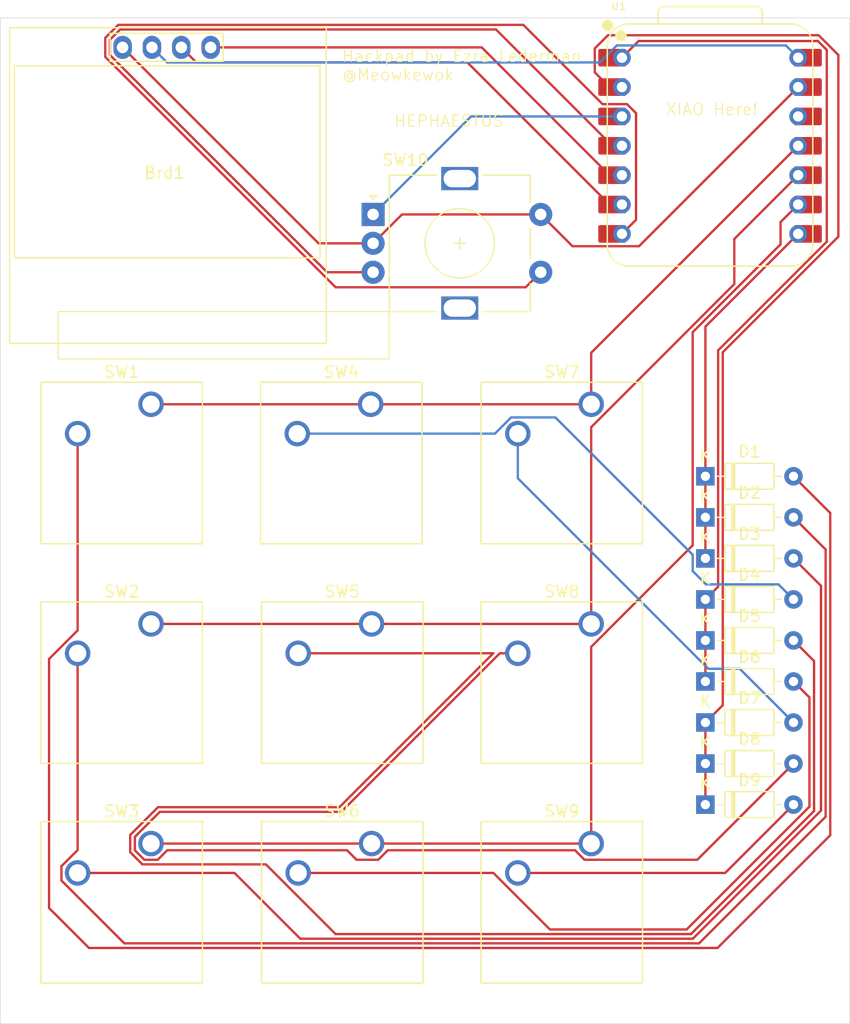
<source format=kicad_pcb>
(kicad_pcb (version 20240108) (generator "pcbnew") (generator_version "8.0")
  (layers (0 "F.Cu" signal) (31 "B.Cu" signal) (34 "B.Paste" user) (35 "F.Paste" user) (36 "B.SilkS" user "B.Silkscreen") (37 "F.SilkS" user "F.Silkscreen") (38 "B.Mask" user) (39 "F.Mask" user) (44 "Edge.Cuts" user))
  (net 0 "")
  (net 1 "SDA")
  (net 2 "GND")
  (net 3 "+5V")
  (net 4 "SCL")
  (net 5 "Row 1")
  (net 6 "Net-(D1-A)")
  (net 7 "Row 2")
  (net 8 "Net-(D2-A)")
  (net 9 "Net-(D3-A)")
  (net 10 "Row 3")
  (net 11 "Net-(D4-A)")
  (net 12 "Net-(D5-A)")
  (net 13 "Net-(D6-A)")
  (net 14 "Net-(D7-A)")
  (net 15 "Net-(D8-A)")
  (net 16 "Net-(D9-A)")
  (net 17 "Column 1")
  (net 18 "column 2")
  (net 19 "Column 3")
  (net 20 "Encoder Button")
  (net 21 "EA")
  (net 22 "EB")
  (net 23 "+3.3V")
  (footprint "XIAORP2040:128x64OLED" (layer "F.Cu") (at 113.2 48.15)
    (property "Reference" "Brd1" (at 0 0.254 0) (layer "F.SilkS"))
    (property "Value" "SSD1306")
    (fp_line (start -13.4 -12.3) (end 14 -12.3) (stroke (width 0.12)) (layer "F.SilkS"))
    (fp_line (start -13.4 15) (end -13.4 -12.3) (stroke (width 0.12)) (layer "F.SilkS"))
    (fp_line (start -12.978 -9.005) (end 10.122 -9.005) (stroke (width 0.12)) (layer "F.SilkS"))
    (fp_line (start -12.978 7.595) (end -12.978 -9.005) (stroke (width 0.12)) (layer "F.SilkS"))
    (fp_line (start -4.699 -11.811) (end -4.699 -9.398) (stroke (width 0.12)) (layer "F.SilkS"))
    (fp_line (start -4.699 -11.811) (end 5.08 -11.811) (stroke (width 0.12)) (layer "F.SilkS"))
    (fp_line (start 5.08 -11.811) (end 5.08 -9.398) (stroke (width 0.12)) (layer "F.SilkS"))
    (fp_line (start 5.08 -9.398) (end -4.699 -9.398) (stroke (width 0.12)) (layer "F.SilkS"))
    (fp_line (start 10.122 -9.005) (end 13.208 -9.005) (stroke (width 0.12)) (layer "F.SilkS"))
    (fp_line (start 10.122 7.595) (end -12.978 7.595) (stroke (width 0.12)) (layer "F.SilkS"))
    (fp_line (start 10.122 7.595) (end 13.462 7.62) (stroke (width 0.12)) (layer "F.SilkS"))
    (fp_line (start 13.462 -9.017) (end 13.208 -9.005) (stroke (width 0.12)) (layer "F.SilkS"))
    (fp_line (start 13.462 7.62) (end 13.462 -9.017) (stroke (width 0.12)) (layer "F.SilkS"))
    (fp_line (start 14 -12.3) (end 14 15) (stroke (width 0.12)) (layer "F.SilkS"))
    (fp_line (start 14 15) (end -13.4 15) (stroke (width 0.12)) (layer "F.SilkS"))
    (pad "1" thru_hole oval (at -3.62 -10.6 90) (size 2 1.6) (drill 1) (layers "*.Cu" "*.Mask") (net 2 "GND"))
    (pad "2" thru_hole oval (at -1.08 -10.6 90) (size 2 1.6) (drill 1) (layers "*.Cu" "*.Mask") (net 3 "+5V"))
    (pad "3" thru_hole oval (at 1.46 -10.6 90) (size 2 1.6) (drill 1) (layers "*.Cu" "*.Mask") (net 4 "SCL"))
    (pad "4" thru_hole oval (at 4 -10.6 90) (size 2 1.6) (drill 1) (layers "*.Cu" "*.Mask") (net 1 "SDA"))
  )
  (footprint "Diode_THT:D_DO-35_SOD27_P7.62mm_Horizontal" (layer "F.Cu") (at 160 103.05)
    (property "Reference" "D9" (at 3.81 -2.12 0) (layer "F.SilkS"))
    (property "Value" "D")
    (fp_line (start 1.04 0) (end 1.69 0) (stroke (width 0.12)) (layer "F.SilkS"))
    (fp_line (start 1.69 -1.12) (end 1.69 1.12) (stroke (width 0.12)) (layer "F.SilkS"))
    (fp_line (start 1.69 1.12) (end 5.93 1.12) (stroke (width 0.12)) (layer "F.SilkS"))
    (fp_line (start 2.29 -1.12) (end 2.29 1.12) (stroke (width 0.12)) (layer "F.SilkS"))
    (fp_line (start 2.41 -1.12) (end 2.41 1.12) (stroke (width 0.12)) (layer "F.SilkS"))
    (fp_line (start 2.53 -1.12) (end 2.53 1.12) (stroke (width 0.12)) (layer "F.SilkS"))
    (fp_line (start 5.93 -1.12) (end 1.69 -1.12) (stroke (width 0.12)) (layer "F.SilkS"))
    (fp_line (start 5.93 1.12) (end 5.93 -1.12) (stroke (width 0.12)) (layer "F.SilkS"))
    (fp_line (start 6.58 0) (end 5.93 0) (stroke (width 0.12)) (layer "F.SilkS"))
    (fp_text user "K" (at 0 -1.8 0) (layer "F.SilkS"))
    (pad "1" thru_hole rect (at 0 0) (size 1.6 1.6) (drill 0.8) (layers "*.Cu" "*.Mask") (net 10 "Row 3"))
    (pad "2" thru_hole oval (at 7.62 0) (size 1.6 1.6) (drill 0.8) (layers "*.Cu" "*.Mask") (net 16 "Net-(D9-A)"))
  )
  (footprint "XIAORP2040:XIAO-SAMD21-DIP" (layer "F.Cu") (at 160.5 46)
    (property "Reference" "U1" (at -8 -12 0) (layer "F.SilkS") (effects (font (size 0.635 0.635) (thickness 0.1016))))
    (property "Value" "SeeeduinoXIAO")
    (fp_line (start -8.99 8.5715) (end -8.99 -8.5735) (stroke (width 0.127)) (layer "F.SilkS"))
    (fp_line (start -7.085 10.4765) (end 6.885 10.4765) (stroke (width 0.127)) (layer "F.SilkS"))
    (fp_line (start -4.595 -10.4785) (end -4.591272 -11.488772) (stroke (width 0.127)) (layer "F.SilkS"))
    (fp_line (start -4.091272 -11.9885) (end 3.904 -11.9885) (stroke (width 0.127)) (layer "F.SilkS"))
    (fp_line (start 4.404 -11.4885) (end 4.404 -10.4785) (stroke (width 0.127)) (layer "F.SilkS"))
    (fp_line (start 6.885 -10.4785) (end -7.085 -10.4785) (stroke (width 0.1)) (layer "F.SilkS"))
    (fp_line (start 6.885 -10.4785) (end -7.085 -10.4785) (stroke (width 0.127)) (layer "F.SilkS"))
    (fp_line (start 8.79 8.5715) (end 8.79 -8.5735) (stroke (width 0.127)) (layer "F.SilkS"))
    (fp_arc (start -8.99 -8.5735) (mid -8.432038 -9.920538) (end -7.085 -10.4785) (stroke (width 0.127)) (layer "F.SilkS"))
    (fp_arc (start -7.085 10.4765) (mid -8.432038 9.918538) (end -8.99 8.5715) (stroke (width 0.127)) (layer "F.SilkS"))
    (fp_arc (start -4.591272 -11.488772) (mid -4.444724 -11.842144) (end -4.091272 -11.9885) (stroke (width 0.127)) (layer "F.SilkS"))
    (fp_arc (start 3.904 -11.9885) (mid 4.257553 -11.842053) (end 4.404 -11.4885) (stroke (width 0.127)) (layer "F.SilkS"))
    (fp_arc (start 6.885 -10.4785) (mid 8.232038 -9.920538) (end 8.79 -8.5735) (stroke (width 0.127)) (layer "F.SilkS"))
    (fp_arc (start 8.79 8.5715) (mid 8.232038 9.918538) (end 6.885 10.4765) (stroke (width 0.127)) (layer "F.SilkS"))
    (fp_circle (center -8.954 -10.3375) (end -8.954 -10.5915) (stroke (width 0.5)) (fill solid) (layer "F.SilkS"))
    (fp_circle (center -7.811 -9.4575) (end -7.811 -9.7115) (stroke (width 0.5)) (fill solid) (layer "F.SilkS"))
    (pad "1" smd roundrect (at -8.555 -7.5575 180) (size 2.432 1.524) (layers "F.Cu" "F.Mask") (roundrect_rratio 0.1) (net 7 "Row 2"))
    (pad "1" thru_hole circle (at -7.72 -7.5575 180) (size 1.524 1.524) (drill 0.889) (layers "*.Cu" "*.Mask") (net 7 "Row 2"))
    (pad "2" smd roundrect (at -8.555 -5.0175 180) (size 2.432 1.524) (layers "F.Cu" "F.Mask") (roundrect_rratio 0.1) (net 10 "Row 3"))
    (pad "2" thru_hole circle (at -7.72 -5.0175 180) (size 1.524 1.524) (drill 0.889) (layers "*.Cu" "*.Mask") (net 10 "Row 3"))
    (pad "3" smd roundrect (at -8.555 -2.4775 180) (size 2.432 1.524) (layers "F.Cu" "F.Mask") (roundrect_rratio 0.1) (net 21 "EA"))
    (pad "3" thru_hole circle (at -7.72 -2.4775 180) (size 1.524 1.524) (drill 0.889) (layers "*.Cu" "*.Mask") (net 21 "EA"))
    (pad "4" smd roundrect (at -8.555 0.0625 180) (size 2.432 1.524) (layers "F.Cu" "F.Mask") (roundrect_rratio 0.1) (net 22 "EB"))
    (pad "4" thru_hole circle (at -7.72 0.0625 180) (size 1.524 1.524) (drill 0.889) (layers "*.Cu" "*.Mask") (net 22 "EB"))
    (pad "5" smd roundrect (at -8.555 2.6025 180) (size 2.432 1.524) (layers "F.Cu" "F.Mask") (roundrect_rratio 0.1) (net 1 "SDA"))
    (pad "5" thru_hole circle (at -7.72 2.6025 180) (size 1.524 1.524) (drill 0.889) (layers "*.Cu" "*.Mask") (net 1 "SDA"))
    (pad "6" smd roundrect (at -8.555 5.1425 180) (size 2.432 1.524) (layers "F.Cu" "F.Mask") (roundrect_rratio 0.1) (net 4 "SCL"))
    (pad "6" thru_hole circle (at -7.72 5.1425 180) (size 1.524 1.524) (drill 0.889) (layers "*.Cu" "*.Mask") (net 4 "SCL"))
    (pad "7" smd roundrect (at -8.555 7.6825 180) (size 2.432 1.524) (layers "F.Cu" "F.Mask") (roundrect_rratio 0.1) (net 20 "Encoder Button"))
    (pad "7" thru_hole circle (at -7.72 7.6825 180) (size 1.524 1.524) (drill 0.889) (layers "*.Cu" "*.Mask") (net 20 "Encoder Button"))
    (pad "8" thru_hole circle (at 7.52 7.6825) (size 1.524 1.524) (drill 0.889) (layers "*.Cu" "*.Mask") (net 5 "Row 1"))
    (pad "8" smd roundrect (at 8.355 7.6825) (size 2.432 1.524) (layers "F.Cu" "F.Mask") (roundrect_rratio 0.1) (net 5 "Row 1"))
    (pad "9" thru_hole circle (at 7.52 5.1425) (size 1.524 1.524) (drill 0.889) (layers "*.Cu" "*.Mask") (net 19 "Column 3"))
    (pad "9" smd roundrect (at 8.355 5.1425) (size 2.432 1.524) (layers "F.Cu" "F.Mask") (roundrect_rratio 0.1) (net 19 "Column 3"))
    (pad "10" thru_hole circle (at 7.52 2.6025) (size 1.524 1.524) (drill 0.889) (layers "*.Cu" "*.Mask") (net 18 "column 2"))
    (pad "10" smd roundrect (at 8.355 2.6025) (size 2.432 1.524) (layers "F.Cu" "F.Mask") (roundrect_rratio 0.1) (net 18 "column 2"))
    (pad "11" thru_hole circle (at 7.52 0.0625) (size 1.524 1.524) (drill 0.889) (layers "*.Cu" "*.Mask") (net 17 "Column 1"))
    (pad "11" smd roundrect (at 8.355 0.0625) (size 2.432 1.524) (layers "F.Cu" "F.Mask") (roundrect_rratio 0.1) (net 17 "Column 1"))
    (pad "12" thru_hole circle (at 7.52 -2.4775) (size 1.524 1.524) (drill 0.889) (layers "*.Cu" "*.Mask") (net 23 "+3.3V"))
    (pad "12" smd roundrect (at 8.355 -2.4775) (size 2.432 1.524) (layers "F.Cu" "F.Mask") (roundrect_rratio 0.1) (net 23 "+3.3V"))
    (pad "13" thru_hole circle (at 7.52 -5.0175) (size 1.524 1.524) (drill 0.889) (layers "*.Cu" "*.Mask") (net 2 "GND"))
    (pad "13" smd roundrect (at 8.355 -5.0175) (size 2.432 1.524) (layers "F.Cu" "F.Mask") (roundrect_rratio 0.1) (net 2 "GND"))
    (pad "14" thru_hole circle (at 7.52 -7.5575) (size 1.524 1.524) (drill 0.889) (layers "*.Cu" "*.Mask") (net 3 "+5V"))
    (pad "14" smd roundrect (at 8.355 -7.5575) (size 2.432 1.524) (layers "F.Cu" "F.Mask") (roundrect_rratio 0.1) (net 3 "+5V"))
  )
  (footprint "XIAORP2040:SW_Cherry_MX_1.00u_PCB" (layer "F.Cu") (at 150.12 87.42)
    (property "Reference" "SW8" (at -2.54 -2.794 0) (layer "F.SilkS"))
    (property "Value" "SW_Push_45deg")
    (fp_line (start -9.525 -1.905) (end 4.445 -1.905) (stroke (width 0.12)) (layer "F.SilkS"))
    (fp_line (start -9.525 12.065) (end -9.525 -1.905) (stroke (width 0.12)) (layer "F.SilkS"))
    (fp_line (start 4.445 -1.905) (end 4.445 12.065) (stroke (width 0.12)) (layer "F.SilkS"))
    (fp_line (start 4.445 12.065) (end -9.525 12.065) (stroke (width 0.12)) (layer "F.SilkS"))
    (pad "" np_thru_hole circle (at -7.62 5.08) (size 1.7 1.7) (drill 1.7) (layers "*.Cu" "*.Mask"))
    (pad "" np_thru_hole circle (at -2.54 5.08) (size 4 4) (drill 4) (layers "*.Cu" "*.Mask"))
    (pad "" np_thru_hole circle (at 2.54 5.08) (size 1.7 1.7) (drill 1.7) (layers "*.Cu" "*.Mask"))
    (pad "1" thru_hole circle (at 0 0) (size 2.2 2.2) (drill 1.5) (layers "*.Cu" "*.Mask") (net 18 "column 2"))
    (pad "2" thru_hole circle (at -6.35 2.54) (size 2.2 2.2) (drill 1.5) (layers "*.Cu" "*.Mask") (net 15 "Net-(D8-A)"))
  )
  (footprint "Diode_THT:D_DO-35_SOD27_P7.62mm_Horizontal" (layer "F.Cu") (at 160 92.4)
    (property "Reference" "D6" (at 3.81 -2.12 0) (layer "F.SilkS"))
    (property "Value" "D")
    (fp_line (start 1.04 0) (end 1.69 0) (stroke (width 0.12)) (layer "F.SilkS"))
    (fp_line (start 1.69 -1.12) (end 1.69 1.12) (stroke (width 0.12)) (layer "F.SilkS"))
    (fp_line (start 1.69 1.12) (end 5.93 1.12) (stroke (width 0.12)) (layer "F.SilkS"))
    (fp_line (start 2.29 -1.12) (end 2.29 1.12) (stroke (width 0.12)) (layer "F.SilkS"))
    (fp_line (start 2.41 -1.12) (end 2.41 1.12) (stroke (width 0.12)) (layer "F.SilkS"))
    (fp_line (start 2.53 -1.12) (end 2.53 1.12) (stroke (width 0.12)) (layer "F.SilkS"))
    (fp_line (start 5.93 -1.12) (end 1.69 -1.12) (stroke (width 0.12)) (layer "F.SilkS"))
    (fp_line (start 5.93 1.12) (end 5.93 -1.12) (stroke (width 0.12)) (layer "F.SilkS"))
    (fp_line (start 6.58 0) (end 5.93 0) (stroke (width 0.12)) (layer "F.SilkS"))
    (fp_text user "K" (at 0 -1.8 0) (layer "F.SilkS"))
    (pad "1" thru_hole rect (at 0 0) (size 1.6 1.6) (drill 0.8) (layers "*.Cu" "*.Mask") (net 7 "Row 2"))
    (pad "2" thru_hole oval (at 7.62 0) (size 1.6 1.6) (drill 0.8) (layers "*.Cu" "*.Mask") (net 13 "Net-(D6-A)"))
  )
  (footprint "Diode_THT:D_DO-35_SOD27_P7.62mm_Horizontal" (layer "F.Cu") (at 160 74.65)
    (property "Reference" "D1" (at 3.81 -2.12 0) (layer "F.SilkS"))
    (property "Value" "D")
    (fp_line (start 1.04 0) (end 1.69 0) (stroke (width 0.12)) (layer "F.SilkS"))
    (fp_line (start 1.69 -1.12) (end 1.69 1.12) (stroke (width 0.12)) (layer "F.SilkS"))
    (fp_line (start 1.69 1.12) (end 5.93 1.12) (stroke (width 0.12)) (layer "F.SilkS"))
    (fp_line (start 2.29 -1.12) (end 2.29 1.12) (stroke (width 0.12)) (layer "F.SilkS"))
    (fp_line (start 2.41 -1.12) (end 2.41 1.12) (stroke (width 0.12)) (layer "F.SilkS"))
    (fp_line (start 2.53 -1.12) (end 2.53 1.12) (stroke (width 0.12)) (layer "F.SilkS"))
    (fp_line (start 5.93 -1.12) (end 1.69 -1.12) (stroke (width 0.12)) (layer "F.SilkS"))
    (fp_line (start 5.93 1.12) (end 5.93 -1.12) (stroke (width 0.12)) (layer "F.SilkS"))
    (fp_line (start 6.58 0) (end 5.93 0) (stroke (width 0.12)) (layer "F.SilkS"))
    (fp_text user "K" (at 0 -1.8 0) (layer "F.SilkS"))
    (pad "1" thru_hole rect (at 0 0) (size 1.6 1.6) (drill 0.8) (layers "*.Cu" "*.Mask") (net 5 "Row 1"))
    (pad "2" thru_hole oval (at 7.62 0) (size 1.6 1.6) (drill 0.8) (layers "*.Cu" "*.Mask") (net 6 "Net-(D1-A)"))
  )
  (footprint "Diode_THT:D_DO-35_SOD27_P7.62mm_Horizontal" (layer "F.Cu") (at 160 85.3)
    (property "Reference" "D4" (at 3.81 -2.12 0) (layer "F.SilkS"))
    (property "Value" "D")
    (fp_line (start 1.04 0) (end 1.69 0) (stroke (width 0.12)) (layer "F.SilkS"))
    (fp_line (start 1.69 -1.12) (end 1.69 1.12) (stroke (width 0.12)) (layer "F.SilkS"))
    (fp_line (start 1.69 1.12) (end 5.93 1.12) (stroke (width 0.12)) (layer "F.SilkS"))
    (fp_line (start 2.29 -1.12) (end 2.29 1.12) (stroke (width 0.12)) (layer "F.SilkS"))
    (fp_line (start 2.41 -1.12) (end 2.41 1.12) (stroke (width 0.12)) (layer "F.SilkS"))
    (fp_line (start 2.53 -1.12) (end 2.53 1.12) (stroke (width 0.12)) (layer "F.SilkS"))
    (fp_line (start 5.93 -1.12) (end 1.69 -1.12) (stroke (width 0.12)) (layer "F.SilkS"))
    (fp_line (start 5.93 1.12) (end 5.93 -1.12) (stroke (width 0.12)) (layer "F.SilkS"))
    (fp_line (start 6.58 0) (end 5.93 0) (stroke (width 0.12)) (layer "F.SilkS"))
    (fp_text user "K" (at 0 -1.8 0) (layer "F.SilkS"))
    (pad "1" thru_hole rect (at 0 0) (size 1.6 1.6) (drill 0.8) (layers "*.Cu" "*.Mask") (net 7 "Row 2"))
    (pad "2" thru_hole oval (at 7.62 0) (size 1.6 1.6) (drill 0.8) (layers "*.Cu" "*.Mask") (net 11 "Net-(D4-A)"))
  )
  (footprint "XIAORP2040:SW_Cherry_MX_1.00u_PCB" (layer "F.Cu") (at 112.04 87.42)
    (property "Reference" "SW2" (at -2.54 -2.794 0) (layer "F.SilkS"))
    (property "Value" "SW_Push_45deg")
    (fp_line (start -9.525 -1.905) (end 4.445 -1.905) (stroke (width 0.12)) (layer "F.SilkS"))
    (fp_line (start -9.525 12.065) (end -9.525 -1.905) (stroke (width 0.12)) (layer "F.SilkS"))
    (fp_line (start 4.445 -1.905) (end 4.445 12.065) (stroke (width 0.12)) (layer "F.SilkS"))
    (fp_line (start 4.445 12.065) (end -9.525 12.065) (stroke (width 0.12)) (layer "F.SilkS"))
    (pad "" np_thru_hole circle (at -7.62 5.08) (size 1.7 1.7) (drill 1.7) (layers "*.Cu" "*.Mask"))
    (pad "" np_thru_hole circle (at -2.54 5.08) (size 4 4) (drill 4) (layers "*.Cu" "*.Mask"))
    (pad "" np_thru_hole circle (at 2.54 5.08) (size 1.7 1.7) (drill 1.7) (layers "*.Cu" "*.Mask"))
    (pad "1" thru_hole circle (at 0 0) (size 2.2 2.2) (drill 1.5) (layers "*.Cu" "*.Mask") (net 18 "column 2"))
    (pad "2" thru_hole circle (at -6.35 2.54) (size 2.2 2.2) (drill 1.5) (layers "*.Cu" "*.Mask") (net 8 "Net-(D2-A)"))
  )
  (footprint "XIAORP2040:SW_Cherry_MX_1.00u_PCB" (layer "F.Cu") (at 131.12 87.42)
    (property "Reference" "SW5" (at -2.54 -2.794 0) (layer "F.SilkS"))
    (property "Value" "SW_Push_45deg")
    (fp_line (start -9.525 -1.905) (end 4.445 -1.905) (stroke (width 0.12)) (layer "F.SilkS"))
    (fp_line (start -9.525 12.065) (end -9.525 -1.905) (stroke (width 0.12)) (layer "F.SilkS"))
    (fp_line (start 4.445 -1.905) (end 4.445 12.065) (stroke (width 0.12)) (layer "F.SilkS"))
    (fp_line (start 4.445 12.065) (end -9.525 12.065) (stroke (width 0.12)) (layer "F.SilkS"))
    (pad "" np_thru_hole circle (at -7.62 5.08) (size 1.7 1.7) (drill 1.7) (layers "*.Cu" "*.Mask"))
    (pad "" np_thru_hole circle (at -2.54 5.08) (size 4 4) (drill 4) (layers "*.Cu" "*.Mask"))
    (pad "" np_thru_hole circle (at 2.54 5.08) (size 1.7 1.7) (drill 1.7) (layers "*.Cu" "*.Mask"))
    (pad "1" thru_hole circle (at 0 0) (size 2.2 2.2) (drill 1.5) (layers "*.Cu" "*.Mask") (net 18 "column 2"))
    (pad "2" thru_hole circle (at -6.35 2.54) (size 2.2 2.2) (drill 1.5) (layers "*.Cu" "*.Mask") (net 12 "Net-(D5-A)"))
  )
  (footprint "XIAORP2040:SW_Cherry_MX_1.00u_PCB" (layer "F.Cu") (at 112.04 106.42)
    (property "Reference" "SW3" (at -2.54 -2.794 0) (layer "F.SilkS"))
    (property "Value" "SW_Push_45deg")
    (fp_line (start -9.525 -1.905) (end 4.445 -1.905) (stroke (width 0.12)) (layer "F.SilkS"))
    (fp_line (start -9.525 12.065) (end -9.525 -1.905) (stroke (width 0.12)) (layer "F.SilkS"))
    (fp_line (start 4.445 -1.905) (end 4.445 12.065) (stroke (width 0.12)) (layer "F.SilkS"))
    (fp_line (start 4.445 12.065) (end -9.525 12.065) (stroke (width 0.12)) (layer "F.SilkS"))
    (pad "" np_thru_hole circle (at -7.62 5.08) (size 1.7 1.7) (drill 1.7) (layers "*.Cu" "*.Mask"))
    (pad "" np_thru_hole circle (at -2.54 5.08) (size 4 4) (drill 4) (layers "*.Cu" "*.Mask"))
    (pad "" np_thru_hole circle (at 2.54 5.08) (size 1.7 1.7) (drill 1.7) (layers "*.Cu" "*.Mask"))
    (pad "1" thru_hole circle (at 0 0) (size 2.2 2.2) (drill 1.5) (layers "*.Cu" "*.Mask") (net 19 "Column 3"))
    (pad "2" thru_hole circle (at -6.35 2.54) (size 2.2 2.2) (drill 1.5) (layers "*.Cu" "*.Mask") (net 9 "Net-(D3-A)"))
  )
  (footprint "XIAORP2040:SW_Cherry_MX_1.00u_PCB" (layer "F.Cu") (at 131.12 106.42)
    (property "Reference" "SW6" (at -2.54 -2.794 0) (layer "F.SilkS"))
    (property "Value" "SW_Push_45deg")
    (fp_line (start -9.525 -1.905) (end 4.445 -1.905) (stroke (width 0.12)) (layer "F.SilkS"))
    (fp_line (start -9.525 12.065) (end -9.525 -1.905) (stroke (width 0.12)) (layer "F.SilkS"))
    (fp_line (start 4.445 -1.905) (end 4.445 12.065) (stroke (width 0.12)) (layer "F.SilkS"))
    (fp_line (start 4.445 12.065) (end -9.525 12.065) (stroke (width 0.12)) (layer "F.SilkS"))
    (pad "" np_thru_hole circle (at -7.62 5.08) (size 1.7 1.7) (drill 1.7) (layers "*.Cu" "*.Mask"))
    (pad "" np_thru_hole circle (at -2.54 5.08) (size 4 4) (drill 4) (layers "*.Cu" "*.Mask"))
    (pad "" np_thru_hole circle (at 2.54 5.08) (size 1.7 1.7) (drill 1.7) (layers "*.Cu" "*.Mask"))
    (pad "1" thru_hole circle (at 0 0) (size 2.2 2.2) (drill 1.5) (layers "*.Cu" "*.Mask") (net 19 "Column 3"))
    (pad "2" thru_hole circle (at -6.35 2.54) (size 2.2 2.2) (drill 1.5) (layers "*.Cu" "*.Mask") (net 13 "Net-(D6-A)"))
  )
  (footprint "XIAORP2040:SW_Cherry_MX_1.00u_PCB" (layer "F.Cu") (at 131.04 68.42)
    (property "Reference" "SW4" (at -2.54 -2.794 0) (layer "F.SilkS"))
    (property "Value" "SW_Push_45deg")
    (fp_line (start -9.525 -1.905) (end 4.445 -1.905) (stroke (width 0.12)) (layer "F.SilkS"))
    (fp_line (start -9.525 12.065) (end -9.525 -1.905) (stroke (width 0.12)) (layer "F.SilkS"))
    (fp_line (start 4.445 -1.905) (end 4.445 12.065) (stroke (width 0.12)) (layer "F.SilkS"))
    (fp_line (start 4.445 12.065) (end -9.525 12.065) (stroke (width 0.12)) (layer "F.SilkS"))
    (pad "" np_thru_hole circle (at -7.62 5.08) (size 1.7 1.7) (drill 1.7) (layers "*.Cu" "*.Mask"))
    (pad "" np_thru_hole circle (at -2.54 5.08) (size 4 4) (drill 4) (layers "*.Cu" "*.Mask"))
    (pad "" np_thru_hole circle (at 2.54 5.08) (size 1.7 1.7) (drill 1.7) (layers "*.Cu" "*.Mask"))
    (pad "1" thru_hole circle (at 0 0) (size 2.2 2.2) (drill 1.5) (layers "*.Cu" "*.Mask") (net 17 "Column 1"))
    (pad "2" thru_hole circle (at -6.35 2.54) (size 2.2 2.2) (drill 1.5) (layers "*.Cu" "*.Mask") (net 11 "Net-(D4-A)"))
  )
  (footprint "Diode_THT:D_DO-35_SOD27_P7.62mm_Horizontal" (layer "F.Cu") (at 160 81.75)
    (property "Reference" "D3" (at 3.81 -2.12 0) (layer "F.SilkS"))
    (property "Value" "D")
    (fp_line (start 1.04 0) (end 1.69 0) (stroke (width 0.12)) (layer "F.SilkS"))
    (fp_line (start 1.69 -1.12) (end 1.69 1.12) (stroke (width 0.12)) (layer "F.SilkS"))
    (fp_line (start 1.69 1.12) (end 5.93 1.12) (stroke (width 0.12)) (layer "F.SilkS"))
    (fp_line (start 2.29 -1.12) (end 2.29 1.12) (stroke (width 0.12)) (layer "F.SilkS"))
    (fp_line (start 2.41 -1.12) (end 2.41 1.12) (stroke (width 0.12)) (layer "F.SilkS"))
    (fp_line (start 2.53 -1.12) (end 2.53 1.12) (stroke (width 0.12)) (layer "F.SilkS"))
    (fp_line (start 5.93 -1.12) (end 1.69 -1.12) (stroke (width 0.12)) (layer "F.SilkS"))
    (fp_line (start 5.93 1.12) (end 5.93 -1.12) (stroke (width 0.12)) (layer "F.SilkS"))
    (fp_line (start 6.58 0) (end 5.93 0) (stroke (width 0.12)) (layer "F.SilkS"))
    (fp_text user "K" (at 0 -1.8 0) (layer "F.SilkS"))
    (pad "1" thru_hole rect (at 0 0) (size 1.6 1.6) (drill 0.8) (layers "*.Cu" "*.Mask") (net 5 "Row 1"))
    (pad "2" thru_hole oval (at 7.62 0) (size 1.6 1.6) (drill 0.8) (layers "*.Cu" "*.Mask") (net 9 "Net-(D3-A)"))
  )
  (footprint "Diode_THT:D_DO-35_SOD27_P7.62mm_Horizontal" (layer "F.Cu") (at 160 99.5)
    (property "Reference" "D8" (at 3.81 -2.12 0) (layer "F.SilkS"))
    (property "Value" "D")
    (fp_line (start 1.04 0) (end 1.69 0) (stroke (width 0.12)) (layer "F.SilkS"))
    (fp_line (start 1.69 -1.12) (end 1.69 1.12) (stroke (width 0.12)) (layer "F.SilkS"))
    (fp_line (start 1.69 1.12) (end 5.93 1.12) (stroke (width 0.12)) (layer "F.SilkS"))
    (fp_line (start 2.29 -1.12) (end 2.29 1.12) (stroke (width 0.12)) (layer "F.SilkS"))
    (fp_line (start 2.41 -1.12) (end 2.41 1.12) (stroke (width 0.12)) (layer "F.SilkS"))
    (fp_line (start 2.53 -1.12) (end 2.53 1.12) (stroke (width 0.12)) (layer "F.SilkS"))
    (fp_line (start 5.93 -1.12) (end 1.69 -1.12) (stroke (width 0.12)) (layer "F.SilkS"))
    (fp_line (start 5.93 1.12) (end 5.93 -1.12) (stroke (width 0.12)) (layer "F.SilkS"))
    (fp_line (start 6.58 0) (end 5.93 0) (stroke (width 0.12)) (layer "F.SilkS"))
    (fp_text user "K" (at 0 -1.8 0) (layer "F.SilkS"))
    (pad "1" thru_hole rect (at 0 0) (size 1.6 1.6) (drill 0.8) (layers "*.Cu" "*.Mask") (net 10 "Row 3"))
    (pad "2" thru_hole oval (at 7.62 0) (size 1.6 1.6) (drill 0.8) (layers "*.Cu" "*.Mask") (net 15 "Net-(D8-A)"))
  )
  (footprint "XIAORP2040:RotaryEncoder_Alps_EC11E-Switch_Vertical_H20mm" (layer "F.Cu") (at 131.25 52)
    (property "Reference" "SW10" (at 2.8 -4.7 0) (layer "F.SilkS"))
    (property "Value" "RotaryEncoder_Switch")
    (fp_line (start -0.3 -1.6) (end 0.3 -1.6) (stroke (width 0.12)) (layer "F.SilkS"))
    (fp_line (start 0 -1.3) (end -0.3 -1.6) (stroke (width 0.12)) (layer "F.SilkS"))
    (fp_line (start 0.3 -1.6) (end 0 -1.3) (stroke (width 0.12)) (layer "F.SilkS"))
    (fp_line (start 1.4 -3.4) (end 1.4 8.4) (stroke (width 0.12)) (layer "F.SilkS"))
    (fp_line (start 5.5 -3.4) (end 1.4 -3.4) (stroke (width 0.12)) (layer "F.SilkS"))
    (fp_line (start 5.5 8.4) (end 1.4 8.4) (stroke (width 0.12)) (layer "F.SilkS"))
    (fp_line (start 7 2.5) (end 8 2.5) (stroke (width 0.12)) (layer "F.SilkS"))
    (fp_line (start 7.5 2) (end 7.5 3) (stroke (width 0.12)) (layer "F.SilkS"))
    (fp_line (start 9.5 -3.4) (end 13.6 -3.4) (stroke (width 0.12)) (layer "F.SilkS"))
    (fp_line (start 13.6 -3.4) (end 13.6 -1) (stroke (width 0.12)) (layer "F.SilkS"))
    (fp_line (start 13.6 1.2) (end 13.6 3.8) (stroke (width 0.12)) (layer "F.SilkS"))
    (fp_line (start 13.6 6) (end 13.6 8.4) (stroke (width 0.12)) (layer "F.SilkS"))
    (fp_line (start 13.6 8.4) (end 9.5 8.4) (stroke (width 0.12)) (layer "F.SilkS"))
    (fp_circle (center 7.5 2.5) (end 10.5 2.5) (stroke (width 0.12)) (fill none) (layer "F.SilkS"))
    (pad "A" thru_hole rect (at 0 0) (size 2 2) (drill 1) (layers "*.Cu" "*.Mask") (net 21 "EA"))
    (pad "B" thru_hole circle (at 0 5) (size 2 2) (drill 1) (layers "*.Cu" "*.Mask") (net 22 "EB"))
    (pad "C" thru_hole circle (at 0 2.5) (size 2 2) (drill 1) (layers "*.Cu" "*.Mask") (net 2 "GND"))
    (pad "MP" thru_hole rect (at 7.5 -3.1) (size 3.2 2) (drill oval 2.8 1.5) (layers "*.Cu" "*.Mask"))
    (pad "MP" thru_hole rect (at 7.5 8.1) (size 3.2 2) (drill oval 2.8 1.5) (layers "*.Cu" "*.Mask"))
    (pad "S1" thru_hole circle (at 14.5 5) (size 2 2) (drill 1) (layers "*.Cu" "*.Mask") (net 20 "Encoder Button"))
    (pad "S2" thru_hole circle (at 14.5 0) (size 2 2) (drill 1) (layers "*.Cu" "*.Mask") (net 2 "GND"))
  )
  (footprint "Diode_THT:D_DO-35_SOD27_P7.62mm_Horizontal" (layer "F.Cu") (at 160 78.2)
    (property "Reference" "D2" (at 3.81 -2.12 0) (layer "F.SilkS"))
    (property "Value" "D")
    (fp_line (start 1.04 0) (end 1.69 0) (stroke (width 0.12)) (layer "F.SilkS"))
    (fp_line (start 1.69 -1.12) (end 1.69 1.12) (stroke (width 0.12)) (layer "F.SilkS"))
    (fp_line (start 1.69 1.12) (end 5.93 1.12) (stroke (width 0.12)) (layer "F.SilkS"))
    (fp_line (start 2.29 -1.12) (end 2.29 1.12) (stroke (width 0.12)) (layer "F.SilkS"))
    (fp_line (start 2.41 -1.12) (end 2.41 1.12) (stroke (width 0.12)) (layer "F.SilkS"))
    (fp_line (start 2.53 -1.12) (end 2.53 1.12) (stroke (width 0.12)) (layer "F.SilkS"))
    (fp_line (start 5.93 -1.12) (end 1.69 -1.12) (stroke (width 0.12)) (layer "F.SilkS"))
    (fp_line (start 5.93 1.12) (end 5.93 -1.12) (stroke (width 0.12)) (layer "F.SilkS"))
    (fp_line (start 6.58 0) (end 5.93 0) (stroke (width 0.12)) (layer "F.SilkS"))
    (fp_text user "K" (at 0 -1.8 0) (layer "F.SilkS"))
    (pad "1" thru_hole rect (at 0 0) (size 1.6 1.6) (drill 0.8) (layers "*.Cu" "*.Mask") (net 5 "Row 1"))
    (pad "2" thru_hole oval (at 7.62 0) (size 1.6 1.6) (drill 0.8) (layers "*.Cu" "*.Mask") (net 8 "Net-(D2-A)"))
  )
  (footprint "XIAORP2040:SW_Cherry_MX_1.00u_PCB" (layer "F.Cu") (at 150.12 68.42)
    (property "Reference" "SW7" (at -2.54 -2.794 0) (layer "F.SilkS"))
    (property "Value" "SW_Push_45deg")
    (fp_line (start -9.525 -1.905) (end 4.445 -1.905) (stroke (width 0.12)) (layer "F.SilkS"))
    (fp_line (start -9.525 12.065) (end -9.525 -1.905) (stroke (width 0.12)) (layer "F.SilkS"))
    (fp_line (start 4.445 -1.905) (end 4.445 12.065) (stroke (width 0.12)) (layer "F.SilkS"))
    (fp_line (start 4.445 12.065) (end -9.525 12.065) (stroke (width 0.12)) (layer "F.SilkS"))
    (pad "" np_thru_hole circle (at -7.62 5.08) (size 1.7 1.7) (drill 1.7) (layers "*.Cu" "*.Mask"))
    (pad "" np_thru_hole circle (at -2.54 5.08) (size 4 4) (drill 4) (layers "*.Cu" "*.Mask"))
    (pad "" np_thru_hole circle (at 2.54 5.08) (size 1.7 1.7) (drill 1.7) (layers "*.Cu" "*.Mask"))
    (pad "1" thru_hole circle (at 0 0) (size 2.2 2.2) (drill 1.5) (layers "*.Cu" "*.Mask") (net 17 "Column 1"))
    (pad "2" thru_hole circle (at -6.35 2.54) (size 2.2 2.2) (drill 1.5) (layers "*.Cu" "*.Mask") (net 14 "Net-(D7-A)"))
  )
  (footprint "Diode_THT:D_DO-35_SOD27_P7.62mm_Horizontal" (layer "F.Cu") (at 160 95.95)
    (property "Reference" "D7" (at 3.81 -2.12 0) (layer "F.SilkS"))
    (property "Value" "D")
    (fp_line (start 1.04 0) (end 1.69 0) (stroke (width 0.12)) (layer "F.SilkS"))
    (fp_line (start 1.69 -1.12) (end 1.69 1.12) (stroke (width 0.12)) (layer "F.SilkS"))
    (fp_line (start 1.69 1.12) (end 5.93 1.12) (stroke (width 0.12)) (layer "F.SilkS"))
    (fp_line (start 2.29 -1.12) (end 2.29 1.12) (stroke (width 0.12)) (layer "F.SilkS"))
    (fp_line (start 2.41 -1.12) (end 2.41 1.12) (stroke (width 0.12)) (layer "F.SilkS"))
    (fp_line (start 2.53 -1.12) (end 2.53 1.12) (stroke (width 0.12)) (layer "F.SilkS"))
    (fp_line (start 5.93 -1.12) (end 1.69 -1.12) (stroke (width 0.12)) (layer "F.SilkS"))
    (fp_line (start 5.93 1.12) (end 5.93 -1.12) (stroke (width 0.12)) (layer "F.SilkS"))
    (fp_line (start 6.58 0) (end 5.93 0) (stroke (width 0.12)) (layer "F.SilkS"))
    (fp_text user "K" (at 0 -1.8 0) (layer "F.SilkS"))
    (pad "1" thru_hole rect (at 0 0) (size 1.6 1.6) (drill 0.8) (layers "*.Cu" "*.Mask") (net 10 "Row 3"))
    (pad "2" thru_hole oval (at 7.62 0) (size 1.6 1.6) (drill 0.8) (layers "*.Cu" "*.Mask") (net 14 "Net-(D7-A)"))
  )
  (footprint "XIAORP2040:SW_Cherry_MX_1.00u_PCB" (layer "F.Cu") (at 150.12 106.42)
    (property "Reference" "SW9" (at -2.54 -2.794 0) (layer "F.SilkS"))
    (property "Value" "SW_Push_45deg")
    (fp_line (start -9.525 -1.905) (end 4.445 -1.905) (stroke (width 0.12)) (layer "F.SilkS"))
    (fp_line (start -9.525 12.065) (end -9.525 -1.905) (stroke (width 0.12)) (layer "F.SilkS"))
    (fp_line (start 4.445 -1.905) (end 4.445 12.065) (stroke (width 0.12)) (layer "F.SilkS"))
    (fp_line (start 4.445 12.065) (end -9.525 12.065) (stroke (width 0.12)) (layer "F.SilkS"))
    (pad "" np_thru_hole circle (at -7.62 5.08) (size 1.7 1.7) (drill 1.7) (layers "*.Cu" "*.Mask"))
    (pad "" np_thru_hole circle (at -2.54 5.08) (size 4 4) (drill 4) (layers "*.Cu" "*.Mask"))
    (pad "" np_thru_hole circle (at 2.54 5.08) (size 1.7 1.7) (drill 1.7) (layers "*.Cu" "*.Mask"))
    (pad "1" thru_hole circle (at 0 0) (size 2.2 2.2) (drill 1.5) (layers "*.Cu" "*.Mask") (net 19 "Column 3"))
    (pad "2" thru_hole circle (at -6.35 2.54) (size 2.2 2.2) (drill 1.5) (layers "*.Cu" "*.Mask") (net 16 "Net-(D9-A)"))
  )
  (footprint "Diode_THT:D_DO-35_SOD27_P7.62mm_Horizontal" (layer "F.Cu") (at 160 88.85)
    (property "Reference" "D5" (at 3.81 -2.12 0) (layer "F.SilkS"))
    (property "Value" "D")
    (fp_line (start 1.04 0) (end 1.69 0) (stroke (width 0.12)) (layer "F.SilkS"))
    (fp_line (start 1.69 -1.12) (end 1.69 1.12) (stroke (width 0.12)) (layer "F.SilkS"))
    (fp_line (start 1.69 1.12) (end 5.93 1.12) (stroke (width 0.12)) (layer "F.SilkS"))
    (fp_line (start 2.29 -1.12) (end 2.29 1.12) (stroke (width 0.12)) (layer "F.SilkS"))
    (fp_line (start 2.41 -1.12) (end 2.41 1.12) (stroke (width 0.12)) (layer "F.SilkS"))
    (fp_line (start 2.53 -1.12) (end 2.53 1.12) (stroke (width 0.12)) (layer "F.SilkS"))
    (fp_line (start 5.93 -1.12) (end 1.69 -1.12) (stroke (width 0.12)) (layer "F.SilkS"))
    (fp_line (start 5.93 1.12) (end 5.93 -1.12) (stroke (width 0.12)) (layer "F.SilkS"))
    (fp_line (start 6.58 0) (end 5.93 0) (stroke (width 0.12)) (layer "F.SilkS"))
    (fp_text user "K" (at 0 -1.8 0) (layer "F.SilkS"))
    (pad "1" thru_hole rect (at 0 0) (size 1.6 1.6) (drill 0.8) (layers "*.Cu" "*.Mask") (net 7 "Row 2"))
    (pad "2" thru_hole oval (at 7.62 0) (size 1.6 1.6) (drill 0.8) (layers "*.Cu" "*.Mask") (net 12 "Net-(D5-A)"))
  )
  (footprint "XIAORP2040:SW_Cherry_MX_1.00u_PCB" (layer "F.Cu") (at 112.04 68.42)
    (property "Reference" "SW1" (at -2.54 -2.794 0) (layer "F.SilkS"))
    (property "Value" "SW_Push_45deg")
    (fp_line (start -9.525 -1.905) (end 4.445 -1.905) (stroke (width 0.12)) (layer "F.SilkS"))
    (fp_line (start -9.525 12.065) (end -9.525 -1.905) (stroke (width 0.12)) (layer "F.SilkS"))
    (fp_line (start 4.445 -1.905) (end 4.445 12.065) (stroke (width 0.12)) (layer "F.SilkS"))
    (fp_line (start 4.445 12.065) (end -9.525 12.065) (stroke (width 0.12)) (layer "F.SilkS"))
    (pad "" np_thru_hole circle (at -7.62 5.08) (size 1.7 1.7) (drill 1.7) (layers "*.Cu" "*.Mask"))
    (pad "" np_thru_hole circle (at -2.54 5.08) (size 4 4) (drill 4) (layers "*.Cu" "*.Mask"))
    (pad "" np_thru_hole circle (at 2.54 5.08) (size 1.7 1.7) (drill 1.7) (layers "*.Cu" "*.Mask"))
    (pad "1" thru_hole circle (at 0 0) (size 2.2 2.2) (drill 1.5) (layers "*.Cu" "*.Mask") (net 17 "Column 1"))
    (pad "2" thru_hole circle (at -6.35 2.54) (size 2.2 2.2) (drill 1.5) (layers "*.Cu" "*.Mask") (net 6 "Net-(D1-A)"))
  )
  (gr_rect (start 104 60.4) (end 132.65 64.5) (stroke (width 0.1)) (fill none) (layer "F.SilkS"))
  (gr_rect (start 99 35) (end 172.5 122) (stroke (width 0.05)) (fill none) (layer "Edge.Cuts"))
  (gr_text "XIAO Here!" (at 156.5 43.5 0) (layer "F.SilkS") (effects (font (size 1 1) (thickness 0.1)) (justify left bottom)))
  (gr_text "HEPHAESTUS" (at 133 44.5 0) (layer "F.SilkS") (effects (font (size 1 1) (thickness 0.1)) (justify left bottom)))
  (gr_text "Hackpad by Ezra Lederman\n@Meowkewok" (at 128.5 40.5 0) (layer "F.SilkS") (effects (font (size 1 1) (thickness 0.1)) (justify left bottom)))
  (segment (start 140.64987 37.55) (end 117.2 37.55) (width 0.2) (layer "F.Cu") (net 1))
  (segment (start 152.78 48.6025) (end 151.70237 48.6025) (width 0.2) (layer "F.Cu") (net 1))
  (segment (start 151.70237 48.6025) (end 140.64987 37.55) (width 0.2) (layer "F.Cu") (net 1))
  (segment (start 126.53 54.5) (end 109.58 37.55) (width 0.2) (layer "F.Cu") (net 2))
  (segment (start 145.75 52) (end 148.5 54.75) (width 0.2) (layer "F.Cu") (net 2))
  (segment (start 133.75 52) (end 131.25 54.5) (width 0.2) (layer "F.Cu") (net 2))
  (segment (start 154.2525 54.75) (end 168.02 40.9825) (width 0.2) (layer "F.Cu") (net 2))
  (segment (start 131.25 54.5) (end 126.53 54.5) (width 0.2) (layer "F.Cu") (net 2))
  (segment (start 148.5 54.75) (end 154.2525 54.75) (width 0.2) (layer "F.Cu") (net 2))
  (segment (start 145.75 52) (end 133.75 52) (width 0.2) (layer "F.Cu") (net 2))
  (segment (start 166.958 37.3805) (end 168.02 38.4425) (width 0.2) (layer "B.Cu") (net 3))
  (segment (start 150.870605 38.85) (end 152.340105 37.3805) (width 0.2) (layer "B.Cu") (net 3))
  (segment (start 113.42 38.85) (end 150.870605 38.85) (width 0.2) (layer "B.Cu") (net 3))
  (segment (start 152.340105 37.3805) (end 166.958 37.3805) (width 0.2) (layer "B.Cu") (net 3))
  (segment (start 112.12 37.55) (end 113.42 38.85) (width 0.2) (layer "B.Cu") (net 3))
  (segment (start 151.70237 51.1425) (end 139.40987 38.85) (width 0.2) (layer "F.Cu") (net 4))
  (segment (start 139.40987 38.85) (end 115.96 38.85) (width 0.2) (layer "F.Cu") (net 4))
  (segment (start 115.96 38.85) (end 114.66 37.55) (width 0.2) (layer "F.Cu") (net 4))
  (segment (start 152.78 51.1425) (end 151.70237 51.1425) (width 0.2) (layer "F.Cu") (net 4))
  (segment (start 160 74.65) (end 160 61.7025) (width 0.2) (layer "F.Cu") (net 5))
  (segment (start 160 61.7025) (end 168.02 53.6825) (width 0.2) (layer "F.Cu") (net 5))
  (segment (start 160 81.75) (end 160 74.65) (width 0.2) (layer "F.Cu") (net 5))
  (segment (start 103.22 90.450101) (end 103.22 111.997056) (width 0.2) (layer "F.Cu") (net 6))
  (segment (start 170.8 105.7) (end 170.8 77.83) (width 0.2) (layer "F.Cu") (net 6))
  (segment (start 103.22 111.997056) (end 106.672944 115.45) (width 0.2) (layer "F.Cu") (net 6))
  (segment (start 105.69 87.980101) (end 103.22 90.450101) (width 0.2) (layer "F.Cu") (net 6))
  (segment (start 106.672944 115.45) (end 161.05 115.45) (width 0.2) (layer "F.Cu") (net 6))
  (segment (start 170.8 77.83) (end 167.62 74.65) (width 0.2) (layer "F.Cu") (net 6))
  (segment (start 161.05 115.45) (end 170.8 105.7) (width 0.2) (layer "F.Cu") (net 6))
  (segment (start 105.69 70.96) (end 105.69 87.980101) (width 0.2) (layer "F.Cu") (net 6))
  (segment (start 161.1 84.2) (end 161.1 63.754714) (width 0.2) (layer "F.Cu") (net 7))
  (segment (start 154.2225 37) (end 152.78 38.4425) (width 0.2) (layer "F.Cu") (net 7))
  (segment (start 161.1 63.754714) (end 170.5 54.354714) (width 0.2) (layer "F.Cu") (net 7))
  (segment (start 160 85.3) (end 161.1 84.2) (width 0.2) (layer "F.Cu") (net 7))
  (segment (start 170.5 54.354714) (end 170.5 37.770286) (width 0.2) (layer "F.Cu") (net 7))
  (segment (start 169.729714 37) (end 154.2225 37) (width 0.2) (layer "F.Cu") (net 7))
  (segment (start 170.5 37.770286) (end 169.729714 37) (width 0.2) (layer "F.Cu") (net 7))
  (segment (start 160 92.4) (end 160 85.3) (width 0.2) (layer "F.Cu") (net 7))
  (segment (start 104.29 108.380101) (end 104.29 109.613402) (width 0.2) (layer "F.Cu") (net 8))
  (segment (start 170.4 80.98) (end 167.62 78.2) (width 0.2) (layer "F.Cu") (net 8))
  (segment (start 104.29 109.613402) (end 109.726598 115.05) (width 0.2) (layer "F.Cu") (net 8))
  (segment (start 159.45 115.05) (end 170.4 104.1) (width 0.2) (layer "F.Cu") (net 8))
  (segment (start 109.726598 115.05) (end 159.45 115.05) (width 0.2) (layer "F.Cu") (net 8))
  (segment (start 170.4 104.1) (end 170.4 80.98) (width 0.2) (layer "F.Cu") (net 8))
  (segment (start 105.69 89.96) (end 105.69 106.980101) (width 0.2) (layer "F.Cu") (net 8))
  (segment (start 105.69 106.980101) (end 104.29 108.380101) (width 0.2) (layer "F.Cu") (net 8))
  (segment (start 170 103.565686) (end 170 84.13) (width 0.2) (layer "F.Cu") (net 9))
  (segment (start 105.69 108.96) (end 119.262944 108.96) (width 0.2) (layer "F.Cu") (net 9))
  (segment (start 170 84.13) (end 167.62 81.75) (width 0.2) (layer "F.Cu") (net 9))
  (segment (start 124.952944 114.65) (end 158.915686 114.65) (width 0.2) (layer "F.Cu") (net 9))
  (segment (start 119.262944 108.96) (end 124.952944 114.65) (width 0.2) (layer "F.Cu") (net 9))
  (segment (start 158.915686 114.65) (end 170 103.565686) (width 0.2) (layer "F.Cu") (net 9))
  (segment (start 169.7954 36.5) (end 151.570286 36.5) (width 0.2) (layer "F.Cu") (net 10))
  (segment (start 150.429 39.70913) (end 151.70237 40.9825) (width 0.2) (layer "F.Cu") (net 10))
  (segment (start 171.5 38.2046) (end 169.7954 36.5) (width 0.2) (layer "F.Cu") (net 10))
  (segment (start 171.5 53.9204) (end 171.5 38.2046) (width 0.2) (layer "F.Cu") (net 10))
  (segment (start 160 95.95) (end 161.5 94.45) (width 0.2) (layer "F.Cu") (net 10))
  (segment (start 151.570286 36.5) (end 150.429 37.641286) (width 0.2) (layer "F.Cu") (net 10))
  (segment (start 161.5 63.9204) (end 171.5 53.9204) (width 0.2) (layer "F.Cu") (net 10))
  (segment (start 150.429 37.641286) (end 150.429 39.70913) (width 0.2) (layer "F.Cu") (net 10))
  (segment (start 161.5 94.45) (end 161.5 63.9204) (width 0.2) (layer "F.Cu") (net 10))
  (segment (start 160 103.05) (end 160 95.95) (width 0.2) (layer "F.Cu") (net 10))
  (segment (start 151.70237 40.9825) (end 152.78 40.9825) (width 0.2) (layer "F.Cu") (net 10))
  (segment (start 141.790101 70.96) (end 143.190101 69.56) (width 0.2) (layer "B.Cu") (net 11))
  (segment (start 147.022944 69.56) (end 158.9 81.437056) (width 0.2) (layer "B.Cu") (net 11))
  (segment (start 143.190101 69.56) (end 147.022944 69.56) (width 0.2) (layer "B.Cu") (net 11))
  (segment (start 158.9 81.437056) (end 158.9 82.85) (width 0.2) (layer "B.Cu") (net 11))
  (segment (start 160.05 84) (end 166.32 84) (width 0.2) (layer "B.Cu") (net 11))
  (segment (start 166.32 84) (end 167.62 85.3) (width 0.2) (layer "B.Cu") (net 11))
  (segment (start 124.69 70.96) (end 141.790101 70.96) (width 0.2) (layer "B.Cu") (net 11))
  (segment (start 158.9 82.85) (end 160.05 84) (width 0.2) (layer "B.Cu") (net 11))
  (segment (start 128.334314 103.274366) (end 112.640049 103.274366) (width 0.2) (layer "F.Cu") (net 12))
  (segment (start 110.24 107.165585) (end 111.294415 108.22) (width 0.2) (layer "F.Cu") (net 12))
  (segment (start 121.976598 108.22) (end 128.006598 114.25) (width 0.2) (layer "F.Cu") (net 12))
  (segment (start 141.64868 89.96) (end 128.334314 103.274366) (width 0.2) (layer "F.Cu") (net 12))
  (segment (start 169.4 103.6) (end 169.4 90.63) (width 0.2) (layer "F.Cu") (net 12))
  (segment (start 124.77 89.96) (end 141.64868 89.96) (width 0.2) (layer "F.Cu") (net 12))
  (segment (start 128.006598 114.25) (end 158.75 114.25) (width 0.2) (layer "F.Cu") (net 12))
  (segment (start 110.24 105.674415) (end 110.24 107.165585) (width 0.2) (layer "F.Cu") (net 12))
  (segment (start 158.75 114.25) (end 169.4 103.6) (width 0.2) (layer "F.Cu") (net 12))
  (segment (start 111.294415 108.22) (end 121.976598 108.22) (width 0.2) (layer "F.Cu") (net 12))
  (segment (start 169.4 90.63) (end 167.62 88.85) (width 0.2) (layer "F.Cu") (net 12))
  (segment (start 112.640049 103.274366) (end 110.24 105.674415) (width 0.2) (layer "F.Cu") (net 12))
  (segment (start 146.547056 113.85) (end 158.375635 113.85) (width 0.2) (layer "F.Cu") (net 13))
  (segment (start 158.375635 113.85) (end 169 103.225635) (width 0.2) (layer "F.Cu") (net 13))
  (segment (start 124.77 108.96) (end 141.657056 108.96) (width 0.2) (layer "F.Cu") (net 13))
  (segment (start 141.657056 108.96) (end 146.547056 113.85) (width 0.2) (layer "F.Cu") (net 13))
  (segment (start 169 103.225635) (end 169 93.78) (width 0.2) (layer "F.Cu") (net 13))
  (segment (start 169 93.78) (end 167.62 92.4) (width 0.2) (layer "F.Cu") (net 13))
  (segment (start 143.77 70.96) (end 143.77 74.82) (width 0.2) (layer "B.Cu") (net 14))
  (segment (start 160.25 91.3) (end 162.97 91.3) (width 0.2) (layer "B.Cu") (net 14))
  (segment (start 162.97 91.3) (end 167.62 95.95) (width 0.2) (layer "B.Cu") (net 14))
  (segment (start 143.77 74.82) (end 160.25 91.3) (width 0.2) (layer "B.Cu") (net 14))
  (segment (start 110.64 106.999899) (end 111.460101 107.82) (width 0.2) (layer "F.Cu") (net 15))
  (segment (start 159.3 107.82) (end 167.62 99.5) (width 0.2) (layer "F.Cu") (net 15))
  (segment (start 142.214366 89.96) (end 128.5 103.674366) (width 0.2) (layer "F.Cu") (net 15))
  (segment (start 128.5 103.674366) (end 112.805735 103.674366) (width 0.2) (layer "F.Cu") (net 15))
  (segment (start 110.64 105.840101) (end 110.64 106.999899) (width 0.2) (layer "F.Cu") (net 15))
  (segment (start 129.82 107.82) (end 131.699899 107.82) (width 0.2) (layer "F.Cu") (net 15))
  (segment (start 113.44 106.999899) (end 128.999899 106.999899) (width 0.2) (layer "F.Cu") (net 15))
  (segment (start 131.699899 107.82) (end 132.52 106.999899) (width 0.2) (layer "F.Cu") (net 15))
  (segment (start 112.619899 107.82) (end 113.44 106.999899) (width 0.2) (layer "F.Cu") (net 15))
  (segment (start 128.999899 106.999899) (end 129.82 107.82) (width 0.2) (layer "F.Cu") (net 15))
  (segment (start 112.805735 103.674366) (end 110.64 105.840101) (width 0.2) (layer "F.Cu") (net 15))
  (segment (start 143.77 89.96) (end 142.214366 89.96) (width 0.2) (layer "F.Cu") (net 15))
  (segment (start 149.540101 107.82) (end 159.3 107.82) (width 0.2) (layer "F.Cu") (net 15))
  (segment (start 148.72 106.999899) (end 149.540101 107.82) (width 0.2) (layer "F.Cu") (net 15))
  (segment (start 111.460101 107.82) (end 112.619899 107.82) (width 0.2) (layer "F.Cu") (net 15))
  (segment (start 132.52 106.999899) (end 148.72 106.999899) (width 0.2) (layer "F.Cu") (net 15))
  (segment (start 161.71 108.96) (end 167.62 103.05) (width 0.2) (layer "F.Cu") (net 16))
  (segment (start 143.77 108.96) (end 161.71 108.96) (width 0.2) (layer "F.Cu") (net 16))
  (segment (start 150.12 63.9625) (end 168.02 46.0625) (width 0.2) (layer "F.Cu") (net 17))
  (segment (start 150.12 68.42) (end 150.12 63.9625) (width 0.2) (layer "F.Cu") (net 17))
  (segment (start 112.04 68.42) (end 150.12 68.42) (width 0.2) (layer "F.Cu") (net 17))
  (segment (start 162.5 54.1225) (end 168.02 48.6025) (width 0.2) (layer "F.Cu") (net 18))
  (segment (start 112.04 87.42) (end 150.12 87.42) (width 0.2) (layer "F.Cu") (net 18))
  (segment (start 162.5 58.019899) (end 162.5 54.1225) (width 0.2) (layer "F.Cu") (net 18))
  (segment (start 150.12 70.399899) (end 162.5 58.019899) (width 0.2) (layer "F.Cu") (net 18))
  (segment (start 150.12 87.42) (end 150.12 70.399899) (width 0.2) (layer "F.Cu") (net 18))
  (segment (start 166.5 52.6625) (end 168.02 51.1425) (width 0.2) (layer "F.Cu") (net 19))
  (segment (start 158.9 62.185585) (end 166.5 54.585585) (width 0.2) (layer "F.Cu") (net 19))
  (segment (start 166.5 54.585585) (end 166.5 52.6625) (width 0.2) (layer "F.Cu") (net 19))
  (segment (start 112.04 106.42) (end 150.12 106.42) (width 0.2) (layer "F.Cu") (net 19))
  (segment (start 150.12 106.42) (end 150.12 89.399899) (width 0.2) (layer "F.Cu") (net 19))
  (segment (start 158.9 80.619899) (end 158.9 62.185585) (width 0.2) (layer "F.Cu") (net 19))
  (segment (start 150.12 89.399899) (end 158.9 80.619899) (width 0.2) (layer "F.Cu") (net 19))
  (segment (start 154 52.4625) (end 152.78 53.6825) (width 0.2) (layer "F.Cu") (net 20))
  (segment (start 145.75 57) (end 144.45 58.3) (width 0.2) (layer "F.Cu") (net 20))
  (segment (start 108.08 38.371321) (end 108.08 36.728679) (width 0.2) (layer "F.Cu") (net 20))
  (segment (start 109.208679 35.6) (end 144.245286 35.6) (width 0.2) (layer "F.Cu") (net 20))
  (segment (start 144.245286 35.6) (end 151.105786 42.4605) (width 0.2) (layer "F.Cu") (net 20))
  (segment (start 128.008679 58.3) (end 108.08 38.371321) (width 0.2) (layer "F.Cu") (net 20))
  (segment (start 153.219895 42.4605) (end 154 43.240605) (width 0.2) (layer "F.Cu") (net 20))
  (segment (start 144.45 58.3) (end 128.008679 58.3) (width 0.2) (layer "F.Cu") (net 20))
  (segment (start 154 43.240605) (end 154 52.4625) (width 0.2) (layer "F.Cu") (net 20))
  (segment (start 108.08 36.728679) (end 109.208679 35.6) (width 0.2) (layer "F.Cu") (net 20))
  (segment (start 151.105786 42.4605) (end 153.219895 42.4605) (width 0.2) (layer "F.Cu") (net 20))
  (segment (start 131.25 52) (end 139.7275 43.5225) (width 0.2) (layer "B.Cu") (net 21))
  (segment (start 139.7275 43.5225) (end 152.78 43.5225) (width 0.2) (layer "B.Cu") (net 21))
  (segment (start 131.25 57) (end 127.274365 57) (width 0.2) (layer "F.Cu") (net 22))
  (segment (start 108.48 38.205635) (end 108.48 36.894365) (width 0.2) (layer "F.Cu") (net 22))
  (segment (start 151.945 46.0625) (end 152.78 46.0625) (width 0.2) (layer "F.Cu") (net 22))
  (segment (start 127.274365 57) (end 108.48 38.205635) (width 0.2) (layer "F.Cu") (net 22))
  (segment (start 141.8825 36) (end 151.945 46.0625) (width 0.2) (layer "F.Cu") (net 22))
  (segment (start 109.374365 36) (end 141.8825 36) (width 0.2) (layer "F.Cu") (net 22))
  (segment (start 108.48 36.894365) (end 109.374365 36) (width 0.2) (layer "F.Cu") (net 22))
)
</source>
